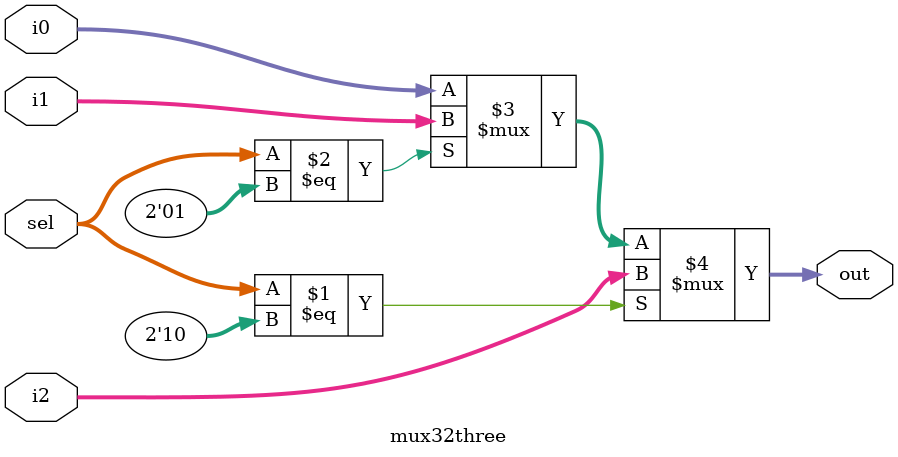
<source format=v>
module mux32three(i0,i1,i2,sel,out);
	
	input  [31:0] i0,i1,i2;
	input  [1:0]  sel;
	output [31:0] out;
	
	assign out = (sel==2'b10) ? i2 :
                 (sel==2'b01) ? i1 :   
                 i0;

endmodule
</source>
